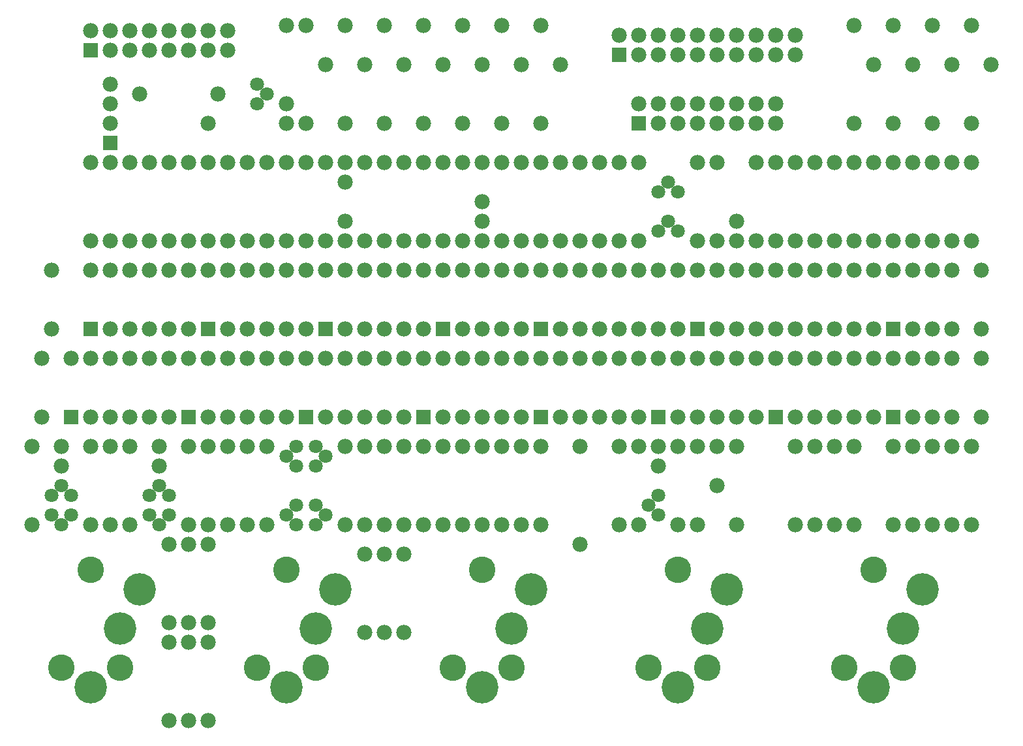
<source format=gbr>
G04 #@! TF.GenerationSoftware,KiCad,Pcbnew,(5.0.0)*
G04 #@! TF.CreationDate,2018-10-08T11:41:11-07:00*
G04 #@! TF.ProjectId,500-1007,3530302D313030372E6B696361645F70,A*
G04 #@! TF.SameCoordinates,Original*
G04 #@! TF.FileFunction,Soldermask,Top*
G04 #@! TF.FilePolarity,Negative*
%FSLAX46Y46*%
G04 Gerber Fmt 4.6, Leading zero omitted, Abs format (unit mm)*
G04 Created by KiCad (PCBNEW (5.0.0)) date 10/08/18 11:41:11*
%MOMM*%
%LPD*%
G01*
G04 APERTURE LIST*
%ADD10C,1.974800*%
%ADD11C,4.210000*%
%ADD12C,3.448000*%
%ADD13C,1.797000*%
%ADD14R,1.974800X1.974800*%
G04 APERTURE END LIST*
D10*
G04 #@! TO.C,C1*
X129540000Y-64770000D03*
X129540000Y-59690000D03*
G04 #@! TD*
G04 #@! TO.C,C2*
X104140000Y-85090000D03*
X104140000Y-92710000D03*
G04 #@! TD*
G04 #@! TO.C,C3*
X116840000Y-92710000D03*
X116840000Y-85090000D03*
G04 #@! TD*
G04 #@! TO.C,C4*
X91440000Y-73660000D03*
X91440000Y-81280000D03*
G04 #@! TD*
G04 #@! TO.C,C6*
X104140000Y-81280000D03*
X104140000Y-73660000D03*
G04 #@! TD*
G04 #@! TO.C,C7*
X160020000Y-101600000D03*
X160020000Y-96520000D03*
G04 #@! TD*
G04 #@! TO.C,C8*
X162560000Y-67310000D03*
X162560000Y-69850000D03*
G04 #@! TD*
G04 #@! TO.C,C9*
X142240000Y-96520000D03*
X142240000Y-109220000D03*
G04 #@! TD*
G04 #@! TO.C,C10*
X154940000Y-73660000D03*
X154940000Y-81280000D03*
G04 #@! TD*
G04 #@! TO.C,C11*
X177800000Y-81280000D03*
X177800000Y-73660000D03*
G04 #@! TD*
G04 #@! TO.C,C12*
X152400000Y-96520000D03*
X152400000Y-99060000D03*
G04 #@! TD*
G04 #@! TO.C,C13*
X180340000Y-73660000D03*
X180340000Y-81280000D03*
G04 #@! TD*
G04 #@! TO.C,C14*
X194310000Y-81280000D03*
X194310000Y-73660000D03*
G04 #@! TD*
G04 #@! TO.C,C15*
X129540000Y-69850000D03*
X129540000Y-67310000D03*
G04 #@! TD*
G04 #@! TO.C,C16*
X165100000Y-85090000D03*
X165100000Y-92710000D03*
G04 #@! TD*
G04 #@! TO.C,C17*
X121920000Y-73660000D03*
X121920000Y-81280000D03*
G04 #@! TD*
G04 #@! TO.C,C18*
X119380000Y-85090000D03*
X119380000Y-92710000D03*
G04 #@! TD*
G04 #@! TO.C,C19*
X106680000Y-73660000D03*
X106680000Y-81280000D03*
G04 #@! TD*
G04 #@! TO.C,C20*
X111760000Y-69850000D03*
X111760000Y-67310000D03*
G04 #@! TD*
G04 #@! TO.C,C21*
X177800000Y-92710000D03*
X177800000Y-85090000D03*
G04 #@! TD*
G04 #@! TO.C,C22*
X134620000Y-81280000D03*
X134620000Y-73660000D03*
G04 #@! TD*
G04 #@! TO.C,C23*
X132080000Y-92710000D03*
X132080000Y-85090000D03*
G04 #@! TD*
G04 #@! TO.C,C24*
X119380000Y-81280000D03*
X119380000Y-73660000D03*
G04 #@! TD*
G04 #@! TO.C,C25*
X134620000Y-85090000D03*
X134620000Y-92710000D03*
G04 #@! TD*
G04 #@! TO.C,C26*
X147320000Y-92710000D03*
X147320000Y-85090000D03*
G04 #@! TD*
G04 #@! TO.C,C27*
X149860000Y-85090000D03*
X149860000Y-92710000D03*
G04 #@! TD*
G04 #@! TO.C,C28*
X162560000Y-92710000D03*
X162560000Y-85090000D03*
G04 #@! TD*
G04 #@! TO.C,C29*
X72390000Y-85090000D03*
X72390000Y-92710000D03*
G04 #@! TD*
G04 #@! TO.C,C30*
X86360000Y-92710000D03*
X86360000Y-85090000D03*
G04 #@! TD*
G04 #@! TO.C,C31*
X88900000Y-85090000D03*
X88900000Y-92710000D03*
G04 #@! TD*
G04 #@! TO.C,C32*
X101600000Y-92710000D03*
X101600000Y-85090000D03*
G04 #@! TD*
G04 #@! TO.C,C33*
X73660000Y-73660000D03*
X73660000Y-81280000D03*
G04 #@! TD*
G04 #@! TO.C,C34*
X88900000Y-81280000D03*
X88900000Y-73660000D03*
G04 #@! TD*
G04 #@! TO.C,C35*
X74930000Y-99060000D03*
X74930000Y-96520000D03*
G04 #@! TD*
G04 #@! TO.C,C36*
X87630000Y-96520000D03*
X87630000Y-99060000D03*
G04 #@! TD*
G04 #@! TO.C,D1*
X119380000Y-110490000D03*
X119380000Y-120650000D03*
G04 #@! TD*
G04 #@! TO.C,D2*
X116840000Y-110490000D03*
X116840000Y-120650000D03*
G04 #@! TD*
G04 #@! TO.C,D3*
X88900000Y-59690000D03*
X88900000Y-69850000D03*
G04 #@! TD*
G04 #@! TO.C,D4*
X86360000Y-69850000D03*
X86360000Y-59690000D03*
G04 #@! TD*
D11*
G04 #@! TO.C,J1*
X78740000Y-127711200D03*
D12*
X82550000Y-125171200D03*
D11*
X82550000Y-120091200D03*
X85090000Y-115011200D03*
D12*
X78740000Y-112471200D03*
X74930000Y-125171200D03*
G04 #@! TD*
D11*
G04 #@! TO.C,J2*
X104140000Y-127711200D03*
D12*
X107950000Y-125171200D03*
D11*
X107950000Y-120091200D03*
X110490000Y-115011200D03*
D12*
X104140000Y-112471200D03*
X100330000Y-125171200D03*
G04 #@! TD*
D11*
G04 #@! TO.C,J3*
X129540000Y-127711200D03*
D12*
X133350000Y-125171200D03*
D11*
X133350000Y-120091200D03*
X135890000Y-115011200D03*
D12*
X129540000Y-112471200D03*
X125730000Y-125171200D03*
G04 #@! TD*
D11*
G04 #@! TO.C,J4*
X154940000Y-127711200D03*
D12*
X158750000Y-125171200D03*
D11*
X158750000Y-120091200D03*
X161290000Y-115011200D03*
D12*
X154940000Y-112471200D03*
X151130000Y-125171200D03*
G04 #@! TD*
D11*
G04 #@! TO.C,J5*
X180340000Y-127711200D03*
D12*
X184150000Y-125171200D03*
D11*
X184150000Y-120091200D03*
X186690000Y-115011200D03*
D12*
X180340000Y-112471200D03*
X176530000Y-125171200D03*
G04 #@! TD*
D13*
G04 #@! TO.C,Q1*
X109220000Y-105410000D03*
X107950000Y-106680000D03*
X107950000Y-104140000D03*
X105410000Y-104140000D03*
X105410000Y-106680000D03*
X104140000Y-105410000D03*
G04 #@! TD*
G04 #@! TO.C,Q2*
X109220000Y-97790000D03*
X107950000Y-99060000D03*
X107950000Y-96520000D03*
X105410000Y-96520000D03*
X105410000Y-99060000D03*
X104140000Y-97790000D03*
G04 #@! TD*
G04 #@! TO.C,Q3*
X73660000Y-102870000D03*
X74930000Y-101600000D03*
X76200000Y-102870000D03*
G04 #@! TD*
G04 #@! TO.C,Q4*
X76200000Y-105410000D03*
X74930000Y-106680000D03*
X73660000Y-105410000D03*
G04 #@! TD*
G04 #@! TO.C,Q5*
X152400000Y-105410000D03*
X151130000Y-104140000D03*
X152400000Y-102870000D03*
G04 #@! TD*
G04 #@! TO.C,Q6*
X152400000Y-63500000D03*
X153670000Y-62230000D03*
X154940000Y-63500000D03*
G04 #@! TD*
G04 #@! TO.C,Q7*
X152400000Y-68580000D03*
X153670000Y-67310000D03*
X154940000Y-68580000D03*
G04 #@! TD*
D10*
G04 #@! TO.C,Q8*
X137160000Y-73660000D03*
D14*
X137160000Y-81280000D03*
D10*
X139700000Y-73660000D03*
X139700000Y-81280000D03*
X142240000Y-73660000D03*
X142240000Y-81280000D03*
X144780000Y-73660000D03*
X144780000Y-81280000D03*
X147320000Y-73660000D03*
X147320000Y-81280000D03*
X149860000Y-73660000D03*
X149860000Y-81280000D03*
X152400000Y-73660000D03*
X152400000Y-81280000D03*
G04 #@! TD*
D13*
G04 #@! TO.C,Q9*
X86360000Y-102870000D03*
X87630000Y-101600000D03*
X88900000Y-102870000D03*
G04 #@! TD*
G04 #@! TO.C,Q10*
X88900000Y-105410000D03*
X87630000Y-106680000D03*
X86360000Y-105410000D03*
G04 #@! TD*
D10*
G04 #@! TO.C,R1*
X185420000Y-106680000D03*
X185420000Y-96520000D03*
G04 #@! TD*
G04 #@! TO.C,R2*
X190500000Y-106680000D03*
X190500000Y-96520000D03*
G04 #@! TD*
G04 #@! TO.C,R3*
X114300000Y-106680000D03*
X114300000Y-96520000D03*
G04 #@! TD*
G04 #@! TO.C,R4*
X182880000Y-96520000D03*
X182880000Y-106680000D03*
G04 #@! TD*
G04 #@! TO.C,R5*
X187960000Y-96520000D03*
X187960000Y-106680000D03*
G04 #@! TD*
G04 #@! TO.C,R6*
X111760000Y-96520000D03*
X111760000Y-106680000D03*
G04 #@! TD*
G04 #@! TO.C,R7*
X162560000Y-106680000D03*
X162560000Y-96520000D03*
G04 #@! TD*
G04 #@! TO.C,R8*
X121920000Y-69850000D03*
X121920000Y-59690000D03*
G04 #@! TD*
G04 #@! TO.C,R9*
X114300000Y-69850000D03*
X114300000Y-59690000D03*
G04 #@! TD*
G04 #@! TO.C,R10*
X116840000Y-59690000D03*
X116840000Y-69850000D03*
G04 #@! TD*
G04 #@! TO.C,R11*
X127000000Y-69850000D03*
X127000000Y-59690000D03*
G04 #@! TD*
G04 #@! TO.C,R13*
X96520000Y-59690000D03*
X96520000Y-69850000D03*
G04 #@! TD*
G04 #@! TO.C,R14*
X99060000Y-59690000D03*
X99060000Y-69850000D03*
G04 #@! TD*
G04 #@! TO.C,R15*
X93980000Y-69850000D03*
X93980000Y-59690000D03*
G04 #@! TD*
G04 #@! TO.C,R16*
X91440000Y-69850000D03*
X91440000Y-59690000D03*
G04 #@! TD*
G04 #@! TO.C,R17*
X177800000Y-59690000D03*
X177800000Y-69850000D03*
G04 #@! TD*
G04 #@! TO.C,R18*
X175260000Y-59690000D03*
X175260000Y-69850000D03*
G04 #@! TD*
G04 #@! TO.C,R19*
X172720000Y-59690000D03*
X172720000Y-69850000D03*
G04 #@! TD*
G04 #@! TO.C,R20*
X187960000Y-59690000D03*
X187960000Y-69850000D03*
G04 #@! TD*
G04 #@! TO.C,R21*
X190500000Y-59690000D03*
X190500000Y-69850000D03*
G04 #@! TD*
G04 #@! TO.C,R22*
X193040000Y-59690000D03*
X193040000Y-69850000D03*
G04 #@! TD*
G04 #@! TO.C,R26*
X193040000Y-41910000D03*
X195580000Y-46990000D03*
X193040000Y-54610000D03*
G04 #@! TD*
G04 #@! TO.C,R27*
X193040000Y-106680000D03*
X193040000Y-96520000D03*
G04 #@! TD*
G04 #@! TO.C,R28*
X170180000Y-69850000D03*
X170180000Y-59690000D03*
G04 #@! TD*
G04 #@! TO.C,R29*
X182880000Y-69850000D03*
X182880000Y-59690000D03*
G04 #@! TD*
G04 #@! TO.C,R30*
X180340000Y-69850000D03*
X180340000Y-59690000D03*
G04 #@! TD*
G04 #@! TO.C,R31*
X185420000Y-69850000D03*
X185420000Y-59690000D03*
G04 #@! TD*
G04 #@! TO.C,R32*
X187960000Y-41910000D03*
X190500000Y-46990000D03*
X187960000Y-54610000D03*
G04 #@! TD*
G04 #@! TO.C,R33*
X149860000Y-69850000D03*
X149860000Y-59690000D03*
G04 #@! TD*
G04 #@! TO.C,R34*
X167640000Y-59690000D03*
X167640000Y-69850000D03*
G04 #@! TD*
G04 #@! TO.C,R35*
X165100000Y-69850000D03*
X165100000Y-59690000D03*
G04 #@! TD*
G04 #@! TO.C,R36*
X147320000Y-59690000D03*
X147320000Y-69850000D03*
G04 #@! TD*
G04 #@! TO.C,R37*
X147320000Y-106680000D03*
X147320000Y-96520000D03*
G04 #@! TD*
G04 #@! TO.C,R38*
X149860000Y-106680000D03*
X149860000Y-96520000D03*
G04 #@! TD*
G04 #@! TO.C,R39*
X154940000Y-106680000D03*
X154940000Y-96520000D03*
G04 #@! TD*
G04 #@! TO.C,R40*
X172720000Y-106680000D03*
X172720000Y-96520000D03*
G04 #@! TD*
G04 #@! TO.C,R41*
X175260000Y-106680000D03*
X175260000Y-96520000D03*
G04 #@! TD*
G04 #@! TO.C,R42*
X157480000Y-96520000D03*
X157480000Y-106680000D03*
G04 #@! TD*
G04 #@! TO.C,R43*
X177800000Y-106680000D03*
X177800000Y-96520000D03*
G04 #@! TD*
G04 #@! TO.C,R44*
X170180000Y-96520000D03*
X170180000Y-106680000D03*
G04 #@! TD*
G04 #@! TO.C,R45*
X177800000Y-41910000D03*
X180340000Y-46990000D03*
X177800000Y-54610000D03*
G04 #@! TD*
G04 #@! TO.C,R46*
X160020000Y-69850000D03*
X160020000Y-59690000D03*
G04 #@! TD*
G04 #@! TO.C,R47*
X182880000Y-41910000D03*
X185420000Y-46990000D03*
X182880000Y-54610000D03*
G04 #@! TD*
G04 #@! TO.C,R48*
X129540000Y-106680000D03*
X129540000Y-96520000D03*
G04 #@! TD*
G04 #@! TO.C,R49*
X132080000Y-106680000D03*
X132080000Y-96520000D03*
G04 #@! TD*
G04 #@! TO.C,R50*
X157480000Y-59690000D03*
X157480000Y-69850000D03*
G04 #@! TD*
G04 #@! TO.C,R51*
X139700000Y-59690000D03*
X139700000Y-69850000D03*
G04 #@! TD*
G04 #@! TO.C,R52*
X124460000Y-69850000D03*
X124460000Y-59690000D03*
G04 #@! TD*
G04 #@! TO.C,R53*
X127000000Y-96520000D03*
X127000000Y-106680000D03*
G04 #@! TD*
G04 #@! TO.C,R54*
X134620000Y-106680000D03*
X134620000Y-96520000D03*
G04 #@! TD*
G04 #@! TO.C,R55*
X137160000Y-106680000D03*
X137160000Y-96520000D03*
G04 #@! TD*
G04 #@! TO.C,R56*
X134620000Y-69850000D03*
X134620000Y-59690000D03*
G04 #@! TD*
G04 #@! TO.C,R57*
X144780000Y-59690000D03*
X144780000Y-69850000D03*
G04 #@! TD*
G04 #@! TO.C,R58*
X124460000Y-96520000D03*
X124460000Y-106680000D03*
G04 #@! TD*
G04 #@! TO.C,R59*
X142240000Y-59690000D03*
X142240000Y-69850000D03*
G04 #@! TD*
G04 #@! TO.C,R60*
X137160000Y-69850000D03*
X137160000Y-59690000D03*
G04 #@! TD*
G04 #@! TO.C,R62*
X119380000Y-59690000D03*
X119380000Y-69850000D03*
G04 #@! TD*
G04 #@! TO.C,R64*
X119380000Y-106680000D03*
X119380000Y-96520000D03*
G04 #@! TD*
G04 #@! TO.C,R65*
X101600000Y-59690000D03*
X101600000Y-69850000D03*
G04 #@! TD*
G04 #@! TO.C,R66*
X104140000Y-59690000D03*
X104140000Y-69850000D03*
G04 #@! TD*
G04 #@! TO.C,R67*
X106680000Y-59690000D03*
X106680000Y-69850000D03*
G04 #@! TD*
G04 #@! TO.C,R68*
X101600000Y-106680000D03*
X101600000Y-96520000D03*
G04 #@! TD*
G04 #@! TO.C,R69*
X116840000Y-106680000D03*
X116840000Y-96520000D03*
G04 #@! TD*
G04 #@! TO.C,R70*
X109220000Y-69850000D03*
X109220000Y-59690000D03*
G04 #@! TD*
G04 #@! TO.C,R72*
X99060000Y-106680000D03*
X99060000Y-96520000D03*
G04 #@! TD*
G04 #@! TO.C,R73*
X121920000Y-106680000D03*
X121920000Y-96520000D03*
G04 #@! TD*
G04 #@! TO.C,R74*
X132080000Y-69850000D03*
X132080000Y-59690000D03*
G04 #@! TD*
G04 #@! TO.C,R76*
X114300000Y-120650000D03*
X114300000Y-110490000D03*
G04 #@! TD*
G04 #@! TO.C,R77*
X104140000Y-52070000D03*
X104140000Y-41910000D03*
G04 #@! TD*
G04 #@! TO.C,R78*
X106680000Y-41910000D03*
X109220000Y-46990000D03*
X106680000Y-54610000D03*
G04 #@! TD*
G04 #@! TO.C,R79*
X104140000Y-54610000D03*
X93980000Y-54610000D03*
G04 #@! TD*
G04 #@! TO.C,R80*
X85090000Y-50800000D03*
X95250000Y-50800000D03*
G04 #@! TD*
G04 #@! TO.C,R81*
X91440000Y-132080000D03*
X91440000Y-121920000D03*
G04 #@! TD*
G04 #@! TO.C,R82*
X81280000Y-96520000D03*
X81280000Y-106680000D03*
G04 #@! TD*
G04 #@! TO.C,R83*
X88900000Y-132080000D03*
X88900000Y-121920000D03*
G04 #@! TD*
G04 #@! TO.C,R84*
X93980000Y-121920000D03*
X93980000Y-132080000D03*
G04 #@! TD*
G04 #@! TO.C,R85*
X78740000Y-106680000D03*
X78740000Y-96520000D03*
G04 #@! TD*
G04 #@! TO.C,R86*
X83820000Y-106680000D03*
X83820000Y-96520000D03*
G04 #@! TD*
G04 #@! TO.C,R87*
X71120000Y-96520000D03*
X71120000Y-106680000D03*
G04 #@! TD*
G04 #@! TO.C,R88*
X91440000Y-106680000D03*
X91440000Y-96520000D03*
G04 #@! TD*
G04 #@! TO.C,R89*
X91440000Y-109220000D03*
X91440000Y-119380000D03*
G04 #@! TD*
G04 #@! TO.C,R90*
X93980000Y-109220000D03*
X93980000Y-119380000D03*
G04 #@! TD*
G04 #@! TO.C,R92*
X96520000Y-106680000D03*
X96520000Y-96520000D03*
G04 #@! TD*
G04 #@! TO.C,R93*
X88900000Y-109220000D03*
X88900000Y-119380000D03*
G04 #@! TD*
G04 #@! TO.C,R94*
X93980000Y-106680000D03*
X93980000Y-96520000D03*
G04 #@! TD*
G04 #@! TO.C,R95*
X111760000Y-41910000D03*
X114300000Y-46990000D03*
X111760000Y-54610000D03*
G04 #@! TD*
G04 #@! TO.C,R96*
X83820000Y-69850000D03*
X83820000Y-59690000D03*
G04 #@! TD*
G04 #@! TO.C,R97*
X81280000Y-69850000D03*
X81280000Y-59690000D03*
G04 #@! TD*
G04 #@! TO.C,R98*
X78740000Y-69850000D03*
X78740000Y-59690000D03*
G04 #@! TD*
D14*
G04 #@! TO.C,U1*
X182880000Y-92710000D03*
D10*
X185420000Y-92710000D03*
X187960000Y-92710000D03*
X190500000Y-92710000D03*
X190500000Y-85090000D03*
X187960000Y-85090000D03*
X185420000Y-85090000D03*
X182880000Y-85090000D03*
G04 #@! TD*
D14*
G04 #@! TO.C,U2*
X106680000Y-92710000D03*
D10*
X109220000Y-92710000D03*
X111760000Y-92710000D03*
X114300000Y-92710000D03*
X114300000Y-85090000D03*
X111760000Y-85090000D03*
X109220000Y-85090000D03*
X106680000Y-85090000D03*
G04 #@! TD*
D14*
G04 #@! TO.C,U4*
X182880000Y-81280000D03*
D10*
X185420000Y-81280000D03*
X187960000Y-81280000D03*
X190500000Y-81280000D03*
X190500000Y-73660000D03*
X187960000Y-73660000D03*
X185420000Y-73660000D03*
X182880000Y-73660000D03*
G04 #@! TD*
D14*
G04 #@! TO.C,U5*
X167640000Y-92710000D03*
D10*
X170180000Y-92710000D03*
X172720000Y-92710000D03*
X175260000Y-92710000D03*
X175260000Y-85090000D03*
X172720000Y-85090000D03*
X170180000Y-85090000D03*
X167640000Y-85090000D03*
G04 #@! TD*
D14*
G04 #@! TO.C,U6*
X93980000Y-81280000D03*
D10*
X96520000Y-81280000D03*
X99060000Y-81280000D03*
X101600000Y-81280000D03*
X101600000Y-73660000D03*
X99060000Y-73660000D03*
X96520000Y-73660000D03*
X93980000Y-73660000D03*
G04 #@! TD*
D14*
G04 #@! TO.C,U7*
X137160000Y-92710000D03*
D10*
X139700000Y-92710000D03*
X142240000Y-92710000D03*
X144780000Y-92710000D03*
X144780000Y-85090000D03*
X142240000Y-85090000D03*
X139700000Y-85090000D03*
X137160000Y-85090000D03*
G04 #@! TD*
G04 #@! TO.C,U8*
X157480000Y-73660000D03*
D14*
X157480000Y-81280000D03*
D10*
X160020000Y-73660000D03*
X160020000Y-81280000D03*
X162560000Y-73660000D03*
X162560000Y-81280000D03*
X165100000Y-73660000D03*
X165100000Y-81280000D03*
X167640000Y-73660000D03*
X167640000Y-81280000D03*
X170180000Y-73660000D03*
X170180000Y-81280000D03*
X172720000Y-73660000D03*
X172720000Y-81280000D03*
X175260000Y-73660000D03*
X175260000Y-81280000D03*
G04 #@! TD*
D14*
G04 #@! TO.C,U9*
X152400000Y-92710000D03*
D10*
X154940000Y-92710000D03*
X157480000Y-92710000D03*
X160020000Y-92710000D03*
X160020000Y-85090000D03*
X157480000Y-85090000D03*
X154940000Y-85090000D03*
X152400000Y-85090000D03*
G04 #@! TD*
D14*
G04 #@! TO.C,U11*
X121920000Y-92710000D03*
D10*
X124460000Y-92710000D03*
X127000000Y-92710000D03*
X129540000Y-92710000D03*
X129540000Y-85090000D03*
X127000000Y-85090000D03*
X124460000Y-85090000D03*
X121920000Y-85090000D03*
G04 #@! TD*
D14*
G04 #@! TO.C,U12*
X124460000Y-81280000D03*
D10*
X127000000Y-81280000D03*
X129540000Y-81280000D03*
X132080000Y-81280000D03*
X132080000Y-73660000D03*
X129540000Y-73660000D03*
X127000000Y-73660000D03*
X124460000Y-73660000D03*
G04 #@! TD*
D14*
G04 #@! TO.C,U13*
X76200000Y-92710000D03*
D10*
X78740000Y-92710000D03*
X81280000Y-92710000D03*
X83820000Y-92710000D03*
X83820000Y-85090000D03*
X81280000Y-85090000D03*
X78740000Y-85090000D03*
X76200000Y-85090000D03*
G04 #@! TD*
D14*
G04 #@! TO.C,U14*
X91440000Y-92710000D03*
D10*
X93980000Y-92710000D03*
X96520000Y-92710000D03*
X99060000Y-92710000D03*
X99060000Y-85090000D03*
X96520000Y-85090000D03*
X93980000Y-85090000D03*
X91440000Y-85090000D03*
G04 #@! TD*
D14*
G04 #@! TO.C,U15*
X109220000Y-81280000D03*
D10*
X111760000Y-81280000D03*
X114300000Y-81280000D03*
X116840000Y-81280000D03*
X116840000Y-73660000D03*
X114300000Y-73660000D03*
X111760000Y-73660000D03*
X109220000Y-73660000D03*
G04 #@! TD*
D14*
G04 #@! TO.C,U16*
X78740000Y-81280000D03*
D10*
X81280000Y-81280000D03*
X83820000Y-81280000D03*
X86360000Y-81280000D03*
X86360000Y-73660000D03*
X83820000Y-73660000D03*
X81280000Y-73660000D03*
X78740000Y-73660000D03*
G04 #@! TD*
D14*
G04 #@! TO.C,P1*
X78740000Y-45085000D03*
D10*
X78740000Y-42545000D03*
X81280000Y-45085000D03*
X81280000Y-42545000D03*
X83820000Y-45085000D03*
X83820000Y-42545000D03*
X86360000Y-45085000D03*
X86360000Y-42545000D03*
X88900000Y-45085000D03*
X88900000Y-42545000D03*
X91440000Y-45085000D03*
X91440000Y-42545000D03*
X93980000Y-45085000D03*
X93980000Y-42545000D03*
X96520000Y-45085000D03*
X96520000Y-42545000D03*
G04 #@! TD*
D14*
G04 #@! TO.C,P2*
X149860000Y-54610000D03*
D10*
X149860000Y-52070000D03*
X152400000Y-54610000D03*
X152400000Y-52070000D03*
X154940000Y-54610000D03*
X154940000Y-52070000D03*
X157480000Y-54610000D03*
X157480000Y-52070000D03*
X160020000Y-54610000D03*
X160020000Y-52070000D03*
X162560000Y-54610000D03*
X162560000Y-52070000D03*
X165100000Y-54610000D03*
X165100000Y-52070000D03*
X167640000Y-54610000D03*
X167640000Y-52070000D03*
G04 #@! TD*
G04 #@! TO.C,R12*
X127000000Y-41910000D03*
X129540000Y-46990000D03*
X127000000Y-54610000D03*
G04 #@! TD*
G04 #@! TO.C,R61*
X116840000Y-41910000D03*
X119380000Y-46990000D03*
X116840000Y-54610000D03*
G04 #@! TD*
G04 #@! TO.C,R63*
X132080000Y-41910000D03*
X134620000Y-46990000D03*
X132080000Y-54610000D03*
G04 #@! TD*
G04 #@! TO.C,R71*
X121920000Y-41910000D03*
X124460000Y-46990000D03*
X121920000Y-54610000D03*
G04 #@! TD*
G04 #@! TO.C,R75*
X137160000Y-41910000D03*
X139700000Y-46990000D03*
X137160000Y-54610000D03*
G04 #@! TD*
D13*
G04 #@! TO.C,U10*
X100330000Y-49530000D03*
X101600000Y-50800000D03*
X100330000Y-52070000D03*
G04 #@! TD*
D14*
G04 #@! TO.C,P3*
X147320000Y-45720000D03*
D10*
X147320000Y-43180000D03*
X149860000Y-45720000D03*
X149860000Y-43180000D03*
X152400000Y-45720000D03*
X152400000Y-43180000D03*
X154940000Y-45720000D03*
X154940000Y-43180000D03*
X157480000Y-45720000D03*
X157480000Y-43180000D03*
X160020000Y-45720000D03*
X160020000Y-43180000D03*
X162560000Y-45720000D03*
X162560000Y-43180000D03*
X165100000Y-45720000D03*
X165100000Y-43180000D03*
X167640000Y-45720000D03*
X167640000Y-43180000D03*
X170180000Y-45720000D03*
X170180000Y-43180000D03*
G04 #@! TD*
G04 #@! TO.C,C37*
X180340000Y-85090000D03*
X180340000Y-92710000D03*
G04 #@! TD*
G04 #@! TO.C,C38*
X194310000Y-92710000D03*
X194310000Y-85090000D03*
G04 #@! TD*
D14*
G04 #@! TO.C,P4*
X81280000Y-57150000D03*
D10*
X81280000Y-54610000D03*
X81280000Y-52070000D03*
X81280000Y-49530000D03*
G04 #@! TD*
G04 #@! TO.C,C5*
X111760000Y-62230000D03*
X111760000Y-59690000D03*
G04 #@! TD*
M02*

</source>
